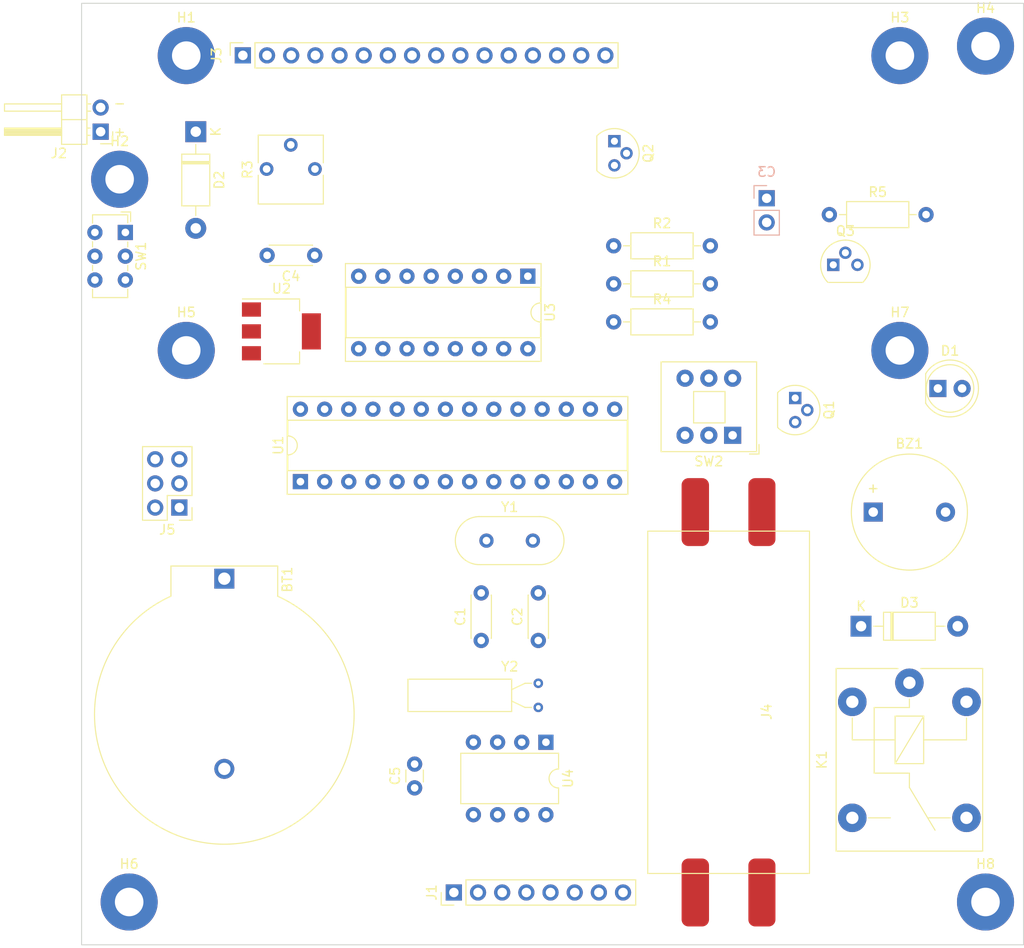
<source format=kicad_pcb>
(kicad_pcb (version 20211014) (generator pcbnew)
  (title_block (title "C4 Clock") (rev "V1.0") (company "yangshunhuai"))
  (layers (0 "F.Cu" signal) (31 "B.Cu" signal) (34 "B.Paste" user) (35 "F.Paste" user) (36 "B.SilkS" user "B.Silkscreen") (37 "F.SilkS" user "F.Silkscreen") (38 "B.Mask" user) (39 "F.Mask" user) (44 "Edge.Cuts" user))
  (net 0 "")
  (net 1 "+5V")
  (net 2 "Net-(BZ1-Pad2)")
  (net 3 "GND")
  (net 4 "Net-(C1-Pad2)")
  (net 5 "Net-(C2-Pad2)")
  (net 6 "Net-(C3-Pad2)")
  (net 7 "Net-(D1-Pad2)")
  (net 8 "RELAY")
  (net 9 "Net-(J1-Pad1)")
  (net 10 "Net-(J1-Pad2)")
  (net 11 "Net-(J1-Pad3)")
  (net 12 "Net-(J1-Pad4)")
  (net 13 "Net-(J1-Pad5)")
  (net 14 "Net-(J1-Pad6)")
  (net 15 "Net-(J1-Pad7)")
  (net 16 "Net-(J1-Pad8)")
  (net 17 "+8V")
  (net 18 "Net-(J3-Pad3)")
  (net 19 "Net-(J3-Pad4)")
  (net 20 "Net-(J3-Pad5)")
  (net 21 "Net-(J3-Pad6)")
  (net 26 "Net-(J3-Pad11)")
  (net 27 "Net-(J3-Pad12)")
  (net 28 "Net-(J3-Pad13)")
  (net 29 "Net-(J3-Pad14)")
  (net 30 "Net-(J3-Pad16)")
  (net 31 "+24V")
  (net 33 "Net-(K1-Pad14)")
  (net 34 "Net-(Q1-Pad2)")
  (net 35 "Net-(Q2-Pad2)")
  (net 36 "BUZZER")
  (net 37 "LED")
  (net 38 "Net-(SW1-Pad2)")
  (net 39 "Net-(BT1-Pad1)")
  (net 42 "PB4")
  (net 44 "PB5")
  (net 45 "PB3")
  (net 48 "Net-(U1-Pad27)")
  (net 49 "Net-(U1-Pad28)")
  (net 54 "RESET")
  (net 55 "Net-(U4-Pad2)")
  (net 56 "Net-(U4-Pad3)")
  (net 57 "Net-(D2-Pad1)")
  (net 58 "Net-(D3-Pad1)")
  (net 59 "Net-(Q3-Pad2)")
  (footprint "Package_TO_SOT_THT:TO-92" (layer "F.Cu") (at 152 81 -90)
    (fp_text reference "Q1" (at 1.27 -3.56 90) (layer "F.SilkS"))
    (fp_text value "S9014")
    (fp_line (start -0.53 1.85) (end 3.07 1.85) (layer "F.SilkS") (width 0.12))
    (fp_arc (start -0.568478 1.838478) (mid -1.132087 -0.994977) (end 1.27 -2.6) (layer "F.SilkS") (width 0.12))
    (fp_arc (start 1.27 -2.6) (mid 3.672087 -0.994977) (end 3.108478 1.838478) (layer "F.SilkS") (width 0.12))
    (pad "1" thru_hole rect (at 0 0 270) (size 1.3 1.3) (drill 0.75) (layers *.Cu *.Mask) (net 3 "GND"))
    (pad "2" thru_hole circle (at 1.27 -1.27 270) (size 1.3 1.3) (drill 0.75) (layers *.Cu *.Mask) (net 34 "Net-(Q1-Pad2)"))
    (pad "3" thru_hole circle (at 2.54 0 270) (size 1.3 1.3) (drill 0.75) (layers *.Cu *.Mask) (net 2 "Net-(BZ1-Pad2)"))
  )
  (footprint "MountingHole:MountingHole_3mm_Pad_TopBottom" (layer "F.Cu") (at 81 58)
    (fp_text reference "H2" (at 0 -4) (layer "F.SilkS"))
    (fp_text value "hole")
    (pad "1" connect circle (at 0 0) (size 6 6) (layers "F.Cu" "F.Mask") (net 3 "GND"))
    (pad "1" thru_hole circle (at 0 0) (size 3.4 3.4) (drill 3) (layers *.Cu *.Mask) (net 3 "GND"))
    (pad "1" connect circle (at 0 0) (size 6 6) (layers "B.Cu" "B.Mask") (net 3 "GND"))
  )
  (footprint "Relay_THT:Relay_SPDT_Finder_36.11" (layer "F.Cu") (at 164 110.95 -90)
    (fp_text reference "K1" (at 8.1 9.2 90) (layer "F.SilkS"))
    (fp_text value "FINDER-36.11-5V")
    (fp_line (start 14.2 4.3) (end 14.2 2) (layer "F.SilkS") (width 0.12))
    (fp_line (start 9.5 0) (end 9.5 3.7) (layer "F.SilkS") (width 0.12))
    (fp_line (start -1.5 -7.7) (end -1.5 -1.2) (layer "F.SilkS") (width 0.12))
    (fp_line (start 9.5 3.7) (end 2.6 3.7) (layer "F.SilkS") (width 0.12))
    (fp_line (start 2.6 0) (end 2.6 3.7) (layer "F.SilkS") (width 0.12))
    (fp_line (start 8.5 -1.5) (end 8.5 1.5) (layer "F.SilkS") (width 0.12))
    (fp_line (start 14.2 -4.3) (end 14.2 -2) (layer "F.SilkS") (width 0.12))
    (fp_line (start 8.5 1.5) (end 3.5 1.5) (layer "F.SilkS") (width 0.12))
    (fp_line (start 9.5 0) (end 11 0) (layer "F.SilkS") (width 0.12))
    (fp_line (start 17.7 7.7) (end -1.5 7.7) (layer "F.SilkS") (width 0.12))
    (fp_line (start 6 1.5) (end 6 6) (layer "F.SilkS") (width 0.12))
    (fp_line (start 3.5 1.5) (end 3.5 -1.5) (layer "F.SilkS") (width 0.12))
    (fp_line (start -1.5 -7.7) (end 17.7 -7.7) (layer "F.SilkS") (width 0.12))
    (fp_line (start 8.5 1.5) (end 3.5 -1.5) (layer "F.SilkS") (width 0.12))
    (fp_line (start 6 -6) (end 6 -1.5) (layer "F.SilkS") (width 0.12))
    (fp_line (start -1.5 1.2) (end -1.5 7.7) (layer "F.SilkS") (width 0.12))
    (fp_line (start 3.7 6) (end 6 6) (layer "F.SilkS") (width 0.12))
    (fp_line (start 17.7 -7.7) (end 17.7 7.7) (layer "F.SilkS") (width 0.12))
    (fp_line (start 2.6 0) (end 1.7 0) (layer "F.SilkS") (width 0.12))
    (fp_line (start 11 0) (end 15.5 -2.7) (layer "F.SilkS") (width 0.12))
    (fp_line (start 3.5 -1.5) (end 8.5 -1.5) (layer "F.SilkS") (width 0.12))
    (fp_line (start 6 -6) (end 3.7 -6) (layer "F.SilkS") (width 0.12))
    (pad "11" thru_hole circle (at 0 0 270) (size 3 3) (drill 1.3) (layers *.Cu *.Mask) (net 6 "Net-(C3-Pad2)"))
    (pad "12" thru_hole circle (at 14.2 -6 270) (size 3 3) (drill 1.3) (layers *.Cu *.Mask))
    (pad "14" thru_hole circle (at 14.2 6 270) (size 3 3) (drill 1.3) (layers *.Cu *.Mask) (net 33 "Net-(K1-Pad14)"))
    (pad "A1" thru_hole circle (at 2 6 270) (size 3 3) (drill 1.3) (layers *.Cu *.Mask) (net 58 "Net-(D3-Pad1)"))
    (pad "A2" thru_hole circle (at 2 -6 270) (size 3 3) (drill 1.3) (layers *.Cu *.Mask) (net 3 "GND"))
  )
  (footprint "Buzzer_Beeper:Buzzer_12x9.5RM7.6" (layer "F.Cu") (at 160.2 93)
    (fp_text reference "BZ1" (at 3.8 -7.2) (layer "F.SilkS"))
    (fp_text value "Buzzer")
    (fp_text user "+" (at -0.01 -2.54) (layer "F.SilkS"))
    (fp_circle (center 3.8 0) (end 9.9 0) (layer "F.SilkS") (width 0.12) (fill none))
    (pad "1" thru_hole rect (at 0 0) (size 2 2) (drill 1) (layers *.Cu *.Mask) (net 1 "+5V"))
    (pad "2" thru_hole circle (at 7.6 0) (size 2 2) (drill 1) (layers *.Cu *.Mask) (net 2 "Net-(BZ1-Pad2)"))
  )
  (footprint "MountingHole:MountingHole_3mm_Pad_TopBottom" (layer "F.Cu") (at 82 134)
    (fp_text reference "H6" (at 0 -4) (layer "F.SilkS"))
    (fp_text value "hole")
    (pad "1" thru_hole circle (at 0 0) (size 3.4 3.4) (drill 3) (layers *.Cu *.Mask) (net 3 "GND"))
    (pad "1" connect circle (at 0 0) (size 6 6) (layers "F.Cu" "F.Mask") (net 3 "GND"))
    (pad "1" connect circle (at 0 0) (size 6 6) (layers "B.Cu" "B.Mask") (net 3 "GND"))
  )
  (footprint "Button_Switch_THT:SW_Push_2P2T_Toggle_CK_PVA2xxH1xxxxxxV2" (layer "F.Cu") (at 145.4225 84.9225 180)
    (fp_text reference "SW2" (at 2.5 -2.75) (layer "F.SilkS"))
    (fp_text value "SW_SPST")
    (fp_line (start 4.1 1.3) (end 4.1 4.6) (layer "F.SilkS") (width 0.12))
    (fp_line (start -2.52 7.72) (end -2.52 -1.72) (layer "F.SilkS") (width 0.12))
    (fp_line (start 4.1 1.3) (end 0.8 1.3) (layer "F.SilkS") (width 0.12))
    (fp_line (start -2.77 -0.97) (end -2.77 -1.97) (layer "F.SilkS") (width 0.12))
    (fp_line (start 0.8 1.3) (end 0.8 4.6) (layer "F.SilkS") (width 0.12))
    (fp_line (start 4.1 4.6) (end 0.8 4.6) (layer "F.SilkS") (width 0.12))
    (fp_line (start 7.52 7.72) (end 7.52 -1.72) (layer "F.SilkS") (width 0.12))
    (fp_line (start 7.52 -1.72) (end -2.52 -1.72) (layer "F.SilkS") (width 0.12))
    (fp_line (start 7.52 7.72) (end -2.52 7.72) (layer "F.SilkS") (width 0.12))
    (fp_line (start -1.77 -1.97) (end -2.77 -1.97) (layer "F.SilkS") (width 0.12))
    (pad "1" thru_hole rect (at 0 0 180) (size 1.8 1.8) (drill 0.9) (layers *.Cu *.Mask) (net 33 "Net-(K1-Pad14)"))
    (pad "2" thru_hole circle (at 2.5 0 180) (size 1.8 1.8) (drill 0.9) (layers *.Cu *.Mask) (net 31 "+24V"))
    (pad "3" thru_hole circle (at 5 0 180) (size 1.8 1.8) (drill 0.9) (layers *.Cu *.Mask))
    (pad "4" thru_hole circle (at 0 6 180) (size 1.8 1.8) (drill 0.9) (layers *.Cu *.Mask))
    (pad "5" thru_hole circle (at 2.5 6 180) (size 1.8 1.8) (drill 0.9) (layers *.Cu *.Mask))
    (pad "6" thru_hole circle (at 5 6 180) (size 1.8 1.8) (drill 0.9) (layers *.Cu *.Mask))
  )
  (footprint "Resistor_THT:R_Axial_DIN0207_L6.3mm_D2.5mm_P10.16mm_Horizontal" (layer "F.Cu") (at 132.92 73)
    (fp_text reference "R4" (at 5.08 -2.37) (layer "F.SilkS"))
    (fp_text value "220")
    (fp_line (start 1.81 -1.37) (end 1.81 1.37) (layer "F.SilkS") (width 0.12))
    (fp_line (start 8.35 -1.37) (end 1.81 -1.37) (layer "F.SilkS") (width 0.12))
    (fp_line (start 8.35 1.37) (end 8.35 -1.37) (layer "F.SilkS") (width 0.12))
    (fp_line (start 1.81 1.37) (end 8.35 1.37) (layer "F.SilkS") (width 0.12))
    (fp_line (start 1.04 0) (end 1.81 0) (layer "F.SilkS") (width 0.12))
    (fp_line (start 9.12 0) (end 8.35 0) (layer "F.SilkS") (width 0.12))
    (pad "1" thru_hole circle (at 0 0) (size 1.6 1.6) (drill 0.8) (layers *.Cu *.Mask) (net 37 "LED"))
    (pad "2" thru_hole oval (at 10.16 0) (size 1.6 1.6) (drill 0.8) (layers *.Cu *.Mask) (net 7 "Net-(D1-Pad2)"))
  )
  (footprint "Diode_THT:D_DO-41_SOD81_P10.16mm_Horizontal" (layer "F.Cu") (at 89 53 -90)
    (fp_text reference "D2" (at 5.08 -2.47 90) (layer "F.SilkS"))
    (fp_text value "1N4001")
    (fp_text user "K" (at 0 -2.1 90) (layer "F.SilkS"))
    (fp_line (start 8.82 0) (end 7.8 0) (layer "F.SilkS") (width 0.12))
    (fp_line (start 3.38 -1.47) (end 3.38 1.47) (layer "F.SilkS") (width 0.12))
    (fp_line (start 7.8 1.47) (end 7.8 -1.47) (layer "F.SilkS") (width 0.12))
    (fp_line (start 2.36 -1.47) (end 2.36 1.47) (layer "F.SilkS") (width 0.12))
    (fp_line (start 7.8 -1.47) (end 2.36 -1.47) (layer "F.SilkS") (width 0.12))
    (fp_line (start 1.34 0) (end 2.36 0) (layer "F.SilkS") (width 0.12))
    (fp_line (start 3.26 -1.47) (end 3.26 1.47) (layer "F.SilkS") (width 0.12))
    (fp_line (start 3.14 -1.47) (end 3.14 1.47) (layer "F.SilkS") (width 0.12))
    (fp_line (start 2.36 1.47) (end 7.8 1.47) (layer "F.SilkS") (width 0.12))
    (pad "1" thru_hole rect (at 0 0 270) (size 2.2 2.2) (drill 1.1) (layers *.Cu *.Mask) (net 57 "Net-(D2-Pad1)"))
    (pad "2" thru_hole oval (at 10.16 0 270) (size 2.2 2.2) (drill 1.1) (layers *.Cu *.Mask) (net 17 "+8V"))
  )
  (footprint "DC-Buck:DC-Buck-2A" (layer "F.Cu") (at 149.5 114 90)
    (fp_text reference "J4" (at 0 -0.5 90 unlocked) (layer "F.SilkS"))
    (fp_text value "Boost Module")
    (fp_rect (start -17 -13) (end 19 4) (layer "F.SilkS") (width 0.12) (fill none))
    (pad "1" smd roundrect (at -19 -8 90) (size 7.143 2.881) (layers "F.Cu" "F.Paste" "F.Mask") (net 1 "+5V"))
    (pad "2" smd roundrect (at -19 -1 90) (size 7.143 2.84525) (layers "F.Cu" "F.Paste" "F.Mask") (net 3 "GND"))
    (pad "3" smd roundrect (at 21 -1 90) (size 7.143 2.84525) (layers "F.Cu" "F.Paste" "F.Mask") (net 3 "GND"))
    (pad "4" smd roundrect (at 21 -8 90) (size 7.143 2.881) (layers "F.Cu" "F.Paste" "F.Mask") (net 31 "+24V"))
  )
  (footprint "Package_DIP:DIP-8_W7.62mm" (layer "F.Cu") (at 125.8 117.2 -90)
    (fp_text reference "U4" (at 3.81 -2.33 90) (layer "F.SilkS"))
    (fp_text value "DS1302+")
    (fp_line (start 6.46 8.95) (end 6.46 -1.33) (layer "F.SilkS") (width 0.12))
    (fp_line (start 2.81 -1.33) (end 1.16 -1.33) (layer "F.SilkS") (width 0.12))
    (fp_line (start 6.46 -1.33) (end 4.81 -1.33) (layer "F.SilkS") (width 0.12))
    (fp_line (start 1.16 -1.33) (end 1.16 8.95) (layer "F.SilkS") (width 0.12))
    (fp_line (start 1.16 8.95) (end 6.46 8.95) (layer "F.SilkS") (width 0.12))
    (fp_arc (start 4.81 -1.33) (mid 3.81 -0.33) (end 2.81 -1.33) (layer "F.SilkS") (width 0.12))
    (pad "1" thru_hole rect (at 0 0 270) (size 1.6 1.6) (drill 0.8) (layers *.Cu *.Mask) (net 39 "Net-(BT1-Pad1)"))
    (pad "2" thru_hole oval (at 0 2.54 270) (size 1.6 1.6) (drill 0.8) (layers *.Cu *.Mask) (net 55 "Net-(U4-Pad2)"))
    (pad "3" thru_hole oval (at 0 5.08 270) (size 1.6 1.6) (drill 0.8) (layers *.Cu *.Mask) (net 56 "Net-(U4-Pad3)"))
    (pad "4" thru_hole oval (at 0 7.62 270) (size 1.6 1.6) (drill 0.8) (layers *.Cu *.Mask) (net 3 "GND"))
    (pad "5" thru_hole oval (at 7.62 7.62 270) (size 1.6 1.6) (drill 0.8) (layers *.Cu *.Mask) (net 44 "PB5"))
    (pad "6" thru_hole oval (at 7.62 5.08 270) (size 1.6 1.6) (drill 0.8) (layers *.Cu *.Mask) (net 42 "PB4"))
    (pad "7" thru_hole oval (at 7.62 2.54 270) (size 1.6 1.6) (drill 0.8) (layers *.Cu *.Mask) (net 45 "PB3"))
    (pad "8" thru_hole oval (at 7.62 0 270) (size 1.6 1.6) (drill 0.8) (layers *.Cu *.Mask) (net 1 "+5V"))
  )
  (footprint "Resistor_THT:R_Axial_DIN0207_L6.3mm_D2.5mm_P10.16mm_Horizontal" (layer "F.Cu") (at 132.92 65)
    (fp_text reference "R2" (at 5.08 -2.37) (layer "F.SilkS"))
    (fp_text value "4.7k")
    (fp_line (start 8.35 1.37) (end 8.35 -1.37) (layer "F.SilkS") (width 0.12))
    (fp_line (start 9.12 0) (end 8.35 0) (layer "F.SilkS") (width 0.12))
    (fp_line (start 1.81 -1.37) (end 1.81 1.37) (layer "F.SilkS") (width 0.12))
    (fp_line (start 1.81 1.37) (end 8.35 1.37) (layer "F.SilkS") (width 0.12))
    (fp_line (start 1.04 0) (end 1.81 0) (layer "F.SilkS") (width 0.12))
    (fp_line (start 8.35 -1.37) (end 1.81 -1.37) (layer "F.SilkS") (width 0.12))
    (pad "1" thru_hole circle (at 0 0) (size 1.6 1.6) (drill 0.8) (layers *.Cu *.Mask) (net 1 "+5V"))
    (pad "2" thru_hole oval (at 10.16 0) (size 1.6 1.6) (drill 0.8) (layers *.Cu *.Mask) (net 35 "Net-(Q2-Pad2)"))
  )
  (footprint "MountingHole:MountingHole_3mm_Pad_TopBottom" (layer "F.Cu") (at 163 45)
    (fp_text reference "H3" (at 0 -4) (layer "F.SilkS"))
    (fp_text value "LCD1602")
    (pad "1" thru_hole circle (at 0 0) (size 3.4 3.4) (drill 3) (layers *.Cu *.Mask) (net 3 "GND"))
    (pad "1" connect circle (at 0 0) (size 6 6) (layers "F.Cu" "F.Mask") (net 3 "GND"))
    (pad "1" connect circle (at 0 0) (size 6 6) (layers "B.Cu" "B.Mask") (net 3 "GND"))
  )
  (footprint "MountingHole:MountingHole_3mm_Pad_TopBottom" (layer "F.Cu") (at 163 76)
    (fp_text reference "H7" (at 0 -4) (layer "F.SilkS"))
    (fp_text value "LCD1602")
    (pad "1" connect circle (at 0 0) (size 6 6) (layers "F.Cu" "F.Mask") (net 3 "GND"))
    (pad "1" connect circle (at 0 0) (size 6 6) (layers "B.Cu" "B.Mask") (net 3 "GND"))
    (pad "1" thru_hole circle (at 0 0) (size 3.4 3.4) (drill 3) (layers *.Cu *.Mask) (net 3 "GND"))
  )
  (footprint "Package_TO_SOT_THT:TO-92" (layer "F.Cu") (at 133 54 -90)
    (fp_text reference "Q2" (at 1.27 -3.56 90) (layer "F.SilkS"))
    (fp_text value "S9014")
    (fp_line (start -0.53 1.85) (end 3.07 1.85) (layer "F.SilkS") (width 0.12))
    (fp_arc (start -0.568478 1.838478) (mid -1.132087 -0.994977) (end 1.27 -2.6) (layer "F.SilkS") (width 0.12))
    (fp_arc (start 1.27 -2.6) (mid 3.672087 -0.994977) (end 3.108478 1.838478) (layer "F.SilkS") (width 0.12))
    (pad "1" thru_hole rect (at 0 0 270) (size 1.3 1.3) (drill 0.75) (layers *.Cu *.Mask) (net 3 "GND"))
    (pad "2" thru_hole circle (at 1.27 -1.27 270) (size 1.3 1.3) (drill 0.75) (layers *.Cu *.Mask) (net 35 "Net-(Q2-Pad2)"))
    (pad "3" thru_hole circle (at 2.54 0 270) (size 1.3 1.3) (drill 0.75) (layers *.Cu *.Mask) (net 30 "Net-(J3-Pad16)"))
  )
  (footprint "Capacitor_THT:C_Disc_D4.3mm_W1.9mm_P5.00mm" (layer "F.Cu") (at 101.5 66 180)
    (fp_text reference "C4" (at 2.5 -2.2) (layer "F.SilkS"))
    (fp_text value "0.1uF")
    (fp_line (start 4.77 -1.07) (end 4.77 -1.055) (layer "F.SilkS") (width 0.12))
    (fp_line (start 0.23 1.07) (end 4.77 1.07) (layer "F.SilkS") (width 0.12))
    (fp_line (start 4.77 1.055) (end 4.77 1.07) (layer "F.SilkS") (width 0.12))
    (fp_line (start 0.23 -1.07) (end 4.77 -1.07) (layer "F.SilkS") (width 0.12))
    (fp_line (start 0.23 1.055) (end 0.23 1.07) (layer "F.SilkS") (width 0.12))
    (fp_line (start 0.23 -1.07) (end 0.23 -1.055) (layer "F.SilkS") (width 0.12))
    (pad "1" thru_hole circle (at 0 0 180) (size 1.6 1.6) (drill 0.8) (layers *.Cu *.Mask) (net 1 "+5V"))
    (pad "2" thru_hole circle (at 5 0 180) (size 1.6 1.6) (drill 0.8) (layers *.Cu *.Mask) (net 3 "GND"))
  )
  (footprint "MountingHole:MountingHole_3mm_Pad_TopBottom" (layer "F.Cu") (at 172 44)
    (fp_text reference "H4" (at 0 -4) (layer "F.SilkS"))
    (fp_text value "hole")
    (pad "1" thru_hole circle (at 0 0) (size 3.4 3.4) (drill 3) (layers *.Cu *.Mask) (net 3 "GND"))
    (pad "1" connect circle (at 0 0) (size 6 6) (layers "B.Cu" "B.Mask") (net 3 "GND"))
    (pad "1" connect circle (at 0 0) (size 6 6) (layers "F.Cu" "F.Mask") (net 3 "GND"))
  )
  (footprint "Button_Switch_THT:SW_E-Switch_EG1271_DPDT" (layer "F.Cu") (at 81.6 63.5925 -90)
    (fp_text reference "SW1" (at 2.5 -1.65 90) (layer "F.SilkS"))
    (fp_text value "SW_SPST")
    (fp_line (start 6.85 -0.25) (end 6.85 3.45) (layer "F.SilkS") (width 0.12))
    (fp_line (start 6.85 3.45) (end 5.98 3.45) (layer "F.SilkS") (width 0.12))
    (fp_line (start -2.15 0.45) (end -2.15 -0.55) (layer "F.SilkS") (width 0.12))
    (fp_line (start 3.47 -0.25) (end 4.03 -0.25) (layer "F.SilkS") (width 0.12))
    (fp_line (start 5.97 -0.25) (end 6.85 -0.25) (layer "F.SilkS") (width 0.12))
    (fp_line (start 1 -0.25) (end 1.53 -0.25) (layer "F.SilkS") (width 0.12))
    (fp_line (start 4.02 3.45) (end 3.47 3.45) (layer "F.SilkS") (width 0.12))
    (fp_line (start -0.97 3.45) (end -1.85 3.45) (layer "F.SilkS") (width 0.12))
    (fp_line (start -1.85 -0.25) (end -1 -0.25) (layer "F.SilkS") (width 0.12))
    (fp_line (start 1.53 3.45) (end 0.97 3.45) (layer "F.SilkS") (width 0.12))
    (fp_line (start -1.85 3.45) (end -1.85 -0.25) (layer "F.SilkS") (width 0.12))
    (fp_line (start -2.15 -0.55) (end -1.15 -0.55) (layer "F.SilkS") (width 0.12))
    (pad "1" thru_hole rect (at 0 0 270) (size 1.6 1.6) (drill 0.8) (layers *.Cu *.Mask) (net 17 "+8V"))
    (pad "2" thru_hole circle (at 2.5 0 270) (size 1.6 1.6) (drill 0.8) (layers *.Cu *.Mask) (net 38 "Net-(SW1-Pad2)"))
    (pad "3" thru_hole circle (at 5 0 270) (size 1.6 1.6) (drill 0.8) (layers *.Cu *.Mask))
    (pad "4" thru_hole circle (at 0 3.2 270) (size 1.6 1.6) (drill 0.8) (layers *.Cu *.Mask))
    (pad "5" thru_hole circle (at 2.5 3.2 270) (size 1.6 1.6) (drill 0.8) (layers *.Cu *.Mask))
    (pad "6" thru_hole circle (at 5 3.2 270) (size 1.6 1.6) (drill 0.8) (layers *.Cu *.Mask))
  )
  (footprint "MountingHole:MountingHole_3mm_Pad_TopBottom" (layer "F.Cu") (at 88 76)
    (fp_text reference "H5" (at 0 -4) (layer "F.SilkS"))
    (fp_text value "LCD1602")
    (pad "1" connect circle (at 0 0) (size 6 6) (layers "F.Cu" "F.Mask") (net 3 "GND"))
    (pad "1" thru_hole circle (at 0 0) (size 3.4 3.4) (drill 3) (layers *.Cu *.Mask) (net 3 "GND"))
    (pad "1" connect circle (at 0 0) (size 6 6) (layers "B.Cu" "B.Mask") (net 3 "GND"))
  )
  (footprint "Crystal:Crystal_HC49-4H_Vertical" (layer "F.Cu") (at 119.55 96)
    (fp_text reference "Y1" (at 2.44 -3.525) (layer "F.SilkS"))
    (fp_text value "16MHz")
    (fp_line (start -0.76 -2.525) (end 5.64 -2.525) (layer "F.SilkS") (width 0.12))
    (fp_line (start -0.76 2.525) (end 5.64 2.525) (layer "F.SilkS") (width 0.12))
    (fp_arc (start 5.64 -2.525) (mid 8.165 0) (end 5.64 2.525) (layer "F.SilkS") (width 0.12))
    (fp_arc (start -0.76 2.525) (mid -3.285 0) (end -0.76 -2.525) (layer "F.SilkS") (width 0.12))
    (pad "1" thru_hole circle (at 0 0) (size 1.5 1.5) (drill 0.8) (layers *.Cu *.Mask) (net 4 "Net-(C1-Pad2)"))
    (pad "2" thru_hole circle (at 4.88 0) (size 1.5 1.5) (drill 0.8) (layers *.Cu *.Mask) (net 5 "Net-(C2-Pad2)"))
  )
  (footprint "Battery:BatteryHolder_ComfortableElectronic_CH273-2450_1x2450" (layer "F.Cu") (at 92 100 -90)
    (fp_text reference "BT1" (at 0.1 -6.62 90) (layer "F.SilkS"))
    (fp_text value "CR2032")
    (fp_line (start 1.845 5.61) (end -1.33 5.61) (layer "F.SilkS") (width 0.12))
    (fp_line (start -1.33 5.61) (end -1.33 -5.61) (layer "F.SilkS") (width 0.12))
    (fp_line (start -1.33 -5.61) (end 1.845 -5.61) (layer "F.SilkS") (width 0.12))
    (fp_arc (start 1.845 -5.61) (mid 27.921896 0) (end 1.845 5.61) (layer "F.SilkS") (width 0.12))
    (pad "1" thru_hole rect (at 0 0 180) (size 2.1 2.1) (drill 1.3) (layers *.Cu *.Mask) (net 39 "Net-(BT1-Pad1)"))
    (pad "2" thru_hole circle (at 20 0 180) (size 2.1 2.1) (drill 1.3) (layers *.Cu *.Mask) (net 3 "GND"))
  )
  (footprint "Package_DIP:DIP-28_W7.62mm_Socket" (layer "F.Cu") (at 100 89.8 90)
    (fp_text reference "U1" (at 3.81 -2.33 90) (layer "F.SilkS"))
    (fp_text value "ATmega328P-P")
    (fp_line (start 1.16 -1.33) (end 1.16 34.35) (layer "F.SilkS") (width 0.12))
    (fp_line (start -1.33 -1.39) (end -1.33 34.41) (layer "F.SilkS") (width 0.12))
    (fp_line (start 6.46 -1.33) (end 4.81 -1.33) (layer "F.SilkS") (width 0.12))
    (fp_line (start 8.95 -1.39) (end -1.33 -1.39) (layer "F.SilkS") (width 0.12))
    (fp_line (start 1.16 34.35) (end 6.46 34.35) (layer "F.SilkS") (width 0.12))
    (fp_line (start 2.81 -1.33) (end 1.16 -1.33) (layer "F.SilkS") (width 0.12))
    (fp_line (start -1.33 34.41) (end 8.95 34.41) (layer "F.SilkS") (width 0.12))
    (fp_line (start 8.95 34.41) (end 8.95 -1.39) (layer "F.SilkS") (width 0.12))
    (fp_line (start 6.46 34.35) (end 6.46 -1.33) (layer "F.SilkS") (width 0.12))
    (fp_arc (start 4.81 -1.33) (mid 3.81 -0.33) (end 2.81 -1.33) (layer "F.SilkS") (width 0.12))
    (pad "1" thru_hole rect (at 0 0 90) (size 1.6 1.6) (drill 0.8) (layers *.Cu *.Mask) (net 54 "RESET"))
    (pad "2" thru_hole oval (at 0 2.54 90) (size 1.6 1.6) (drill 0.8) (layers *.Cu *.Mask))
    (pad "3" thru_hole oval (at 0 5.08 90) (size 1.6 1.6) (drill 0.8) (layers *.Cu *.Mask))
    (pad "4" thru_hole oval (at 0 7.62 90) (size 1.6 1.6) (drill 0.8) (layers *.Cu *.Mask) (net 9 "Net-(J1-Pad1)"))
    (pad "5" thru_hole oval (at 0 10.16 90) (size 1.6 1.6) (drill 0.8) (layers *.Cu *.Mask) (net 10 "Net-(J1-Pad2)"))
    (pad "6" thru_hole oval (at 0 12.7 90) (size 1.6 1.6) (drill 0.8) (layers *.Cu *.Mask) (net 11 "Net-(J1-Pad3)"))
    (pad "7" thru_hole oval (at 0 15.24 90) (size 1.6 1.6) (drill 0.8) (layers *.Cu *.Mask) (net 1 "+5V"))
    (pad "8" thru_hole oval (at 0 17.78 90) (size 1.6 1.6) (drill 0.8) (layers *.Cu *.Mask) (net 3 "GND"))
    (pad "9" thru_hole oval (at 0 20.32 90) (size 1.6 1.6) (drill 0.8) (layers *.Cu *.Mask) (net 4 "Net-(C1-Pad2)"))
    (pad "10" thru_hole oval (at 0 22.86 90) (size 1.6 1.6) (drill 0.8) (layers *.Cu *.Mask) (net 5 "Net-(C2-Pad2)"))
    (pad "11" thru_hole oval (at 0 25.4 90) (size 1.6 1.6) (drill 0.8) (layers *.Cu *.Mask) (net 12 "Net-(J1-Pad4)"))
    (pad "12" thru_hole oval (at 0 27.94 90) (size 1.6 1.6) (drill 0.8) (layers *.Cu *.Mask) (net 13 "Net-(J1-Pad5)"))
    (pad "13" thru_hole oval (at 0 30.48 90) (size 1.6 1.6) (drill 0.8) (layers *.Cu *.Mask) (net 14 "Net-(J1-Pad6)"))
    (pad "14" thru_hole oval (at 0 33.02 90) (size 1.6 1.6) (drill 0.8) (layers *.Cu *.Mask) (net 15 "Net-(J1-Pad7)"))
    (pad "15" thru_hole oval (at 7.62 33.02 90) (size 1.6 1.6) (drill 0.8) (layers *.Cu *.Mask) (net 16 "Net-(J1-Pad8)"))
    (pad "16" thru_hole oval (at 7.62 30.48 90) (size 1.6 1.6) (drill 0.8) (layers *.Cu *.Mask) (net 36 "BUZZER"))
    (pad "17" thru_hole oval (at 7.62 27.94 90) (size 1.6 1.6) (drill 0.8) (layers *.Cu *.Mask) (net 45 "PB3"))
    (pad "18" thru_hole oval (at 7.62 25.4 90) (size 1.6 1.6) (drill 0.8) (layers *.Cu *.Mask) (net 42 "PB4"))
    (pad "19" thru_hole oval (at 7.62 22.86 90) (size 1.6 1.6) (drill 0.8) (layers *.Cu *.Mask) (net 44 "PB5"))
    (pad "20" thru_hole oval (at 7.62 20.32 90) (size 1.6 1.6) (drill 0.8) (layers *.Cu *.Mask) (net 1 "+5V"))
    (pad "21" thru_hole oval (at 7.62 17.78 90) (size 1.6 1.6) (drill 0.8) (layers *.Cu *.Mask))
    (pad "22" thru_hole oval (at 7.62 15.24 90) (size 1.6 1.6) (drill 0.8) (layers *.Cu *.Mask) (net 3 "GND"))
    (pad "23" thru_hole oval (at 7.62 12.7 90) (size 1.6 1.6) (drill 0.8) (layers *.Cu *.Mask) (net 37 "LED"))
    (pad "24" thru_hole oval (at 7.62 10.16 90) (size 1.6 1.6) (drill 0.8) (layers *.Cu *.Mask) (net 8 "RELAY"))
    (pad "25" thru_hole oval (at 7.62 7.62 90) (size 1.6 1.6) (drill 0.8) (layers *.Cu *.Mask))
    (pad "26" thru_hole oval (at 7.62 5.08 90) (size 1.6 1.6) (drill 0.8) (layers *.Cu *.Mask))
    (pad "27" thru_hole oval (at 7.62 2.54 90) (size 1.6 1.6) (drill 0.8) (layers *.Cu *.Mask) (net 48 "Net-(U1-Pad27)"))
    (pad "28" thru_hole oval (at 7.62 0 90) (size 1.6 1.6) (drill 0.8) (layers *.Cu *.Mask) (net 49 "Net-(U1-Pad28)"))
  )
  (footprint "Connector_PinSocket_2.54mm:PinSocket_1x16_P2.54mm_Vertical" (layer "F.Cu") (at 93.95 44.975 90)
    (fp_text reference "J3" (at 0 -2.77 90) (layer "F.SilkS"))
    (fp_text value "LCD1602")
    (fp_line (start -1.33 1.27) (end 1.33 1.27) (layer "F.SilkS") (width 0.12))
    (fp_line (start 1.33 1.27) (end 1.33 39.43) (layer "F.SilkS") (width 0.12))
    (fp_line (start 1.33 -1.33) (end 1.33 0) (layer "F.SilkS") (width 0.12))
    (fp_line (start 0 -1.33) (end 1.33 -1.33) (layer "F.SilkS") (width 0.12))
    (fp_line (start -1.33 39.43) (end 1.33 39.43) (layer "F.SilkS") (width 0.12))
    (fp_line (start -1.33 1.27) (end -1.33 39.43) (layer "F.SilkS") (width 0.12))
    (pad "1" thru_hole rect (at 0 0 90) (size 1.7 1.7) (drill 1) (layers *.Cu *.Mask) (net 3 "GND"))
    (pad "2" thru_hole oval (at 0 2.54 90) (size 1.7 1.7) (drill 1) (layers *.Cu *.Mask) (net 1 "+5V"))
    (pad "3" thru_hole oval (at 0 5.08 90) (size 1.7 1.7) (drill 1) (layers *.Cu *.Mask) (net 18 "Net-(J3-Pad3)"))
    (pad "4" thru_hole oval (at 0 7.62 90) (size 1.7 1.7) (drill 1) (layers *.Cu *.Mask) (net 19 "Net-(J3-Pad4)"))
    (pad "5" thru_hole oval (at 0 10.16 90) (size 1.7 1.7) (drill 1) (layers *.Cu *.Mask) (net 20 "Net-(J3-Pad5)"))
    (pad "6" thru_hole oval (at 0 12.7 90) (size 1.7 1.7) (drill 1) (layers *.Cu *.Mask) (net 21 "Net-(J3-Pad6)"))
    (pad "7" thru_hole oval (at 0 15.24 90) (size 1.7 1.7) (drill 1) (layers *.Cu *.Mask))
    (pad "8" thru_hole oval (at 0 17.78 90) (size 1.7 1.7) (drill 1) (layers *.Cu *.Mask))
    (pad "9" thru_hole oval (at 0 20.32 90) (size 1.7 1.7) (drill 1) (layers *.Cu *.Mask))
    (pad "10" thru_hole oval (at 0 22.86 90) (size 1.7 1.7) (drill 1) (layers *.Cu *.Mask))
    (pad "11" thru_hole oval (at 0 25.4 90) (size 1.7 1.7) (drill 1) (layers *.Cu *.Mask) (net 26 "Net-(J3-Pad11)"))
    (pad "12" thru_hole oval (at 0 27.94 90) (size 1.7 1.7) (drill 1) (layers *.Cu *.Mask) (net 27 "Net-(J3-Pad12)"))
    (pad "13" thru_hole oval (at 0 30.48 90) (size 1.7 1.7) (drill 1) (layers *.Cu *.Mask) (net 28 "Net-(J3-Pad13)"))
    (pad "14" thru_hole oval (at 0 33.02 90) (size 1.7 1.7) (drill 1) (layers *.Cu *.Mask) (net 29 "Net-(J3-Pad14)"))
    (pad "15" thru_hole oval (at 0 35.56 90) (size 1.7 1.7) (drill 1) (layers *.Cu *.Mask) (net 1 "+5V"))
    (pad "16" thru_hole oval (at 0 38.1 90) (size 1.7 1.7) (drill 1) (layers *.Cu *.Mask) (net 30 "Net-(J3-Pad16)"))
  )
  (footprint "Package_TO_SOT_SMD:SOT-223-3_TabPin2" (layer "F.Cu") (at 98 74)
    (fp_text reference "U2" (at 0 -4.5) (layer "F.SilkS"))
    (fp_text value "AMS1117-5.0")
    (fp_line (start -1.85 3.41) (end 1.91 3.41) (layer "F.SilkS") (width 0.12))
    (fp_line (start -4.1 -3.41) (end 1.91 -3.41) (layer "F.SilkS") (width 0.12))
    (fp_line (start 1.91 3.41) (end 1.91 2.15) (layer "F.SilkS") (width 0.12))
    (fp_line (start 1.91 -3.41) (end 1.91 -2.15) (layer "F.SilkS") (width 0.12))
    (pad "1" smd rect (at -3.15 -2.3) (size 2 1.5) (layers "F.Cu" "F.Paste" "F.Mask") (net 3 "GND"))
    (pad "2" smd rect (at 3.15 0) (size 2 3.8) (layers "F.Cu" "F.Paste" "F.Mask") (net 1 "+5V"))
    (pad "2" smd rect (at -3.15 0) (size 2 1.5) (layers "F.Cu" "F.Paste" "F.Mask") (net 1 "+5V"))
    (pad "3" smd rect (at -3.15 2.3) (size 2 1.5) (layers "F.Cu" "F.Paste" "F.Mask") (net 38 "Net-(SW1-Pad2)"))
  )
  (footprint "Capacitor_THT:C_Disc_D3.0mm_W1.6mm_P2.50mm" (layer "F.Cu") (at 112 122 90)
    (fp_text reference "C5" (at 1.25 -2.05 90) (layer "F.SilkS"))
    (fp_text value "0.1uF")
    (fp_line (start 0.621 -0.92) (end 1.879 -0.92) (layer "F.SilkS") (width 0.12))
    (fp_line (start 0.621 0.92) (end 1.879 0.92) (layer "F.SilkS") (width 0.12))
    (pad "1" thru_hole circle (at 0 0 90) (size 1.6 1.6) (drill 0.8) (layers *.Cu *.Mask) (net 1 "+5V"))
    (pad "2" thru_hole circle (at 2.5 0 90) (size 1.6 1.6) (drill 0.8) (layers *.Cu *.Mask) (net 3 "GND"))
  )
  (footprint "Diode_THT:D_DO-41_SOD81_P10.16mm_Horizontal" (layer "F.Cu") (at 158.92 105)
    (fp_text reference "D3" (at 5.08 -2.47) (layer "F.SilkS"))
    (fp_text value "1N4001")
    (fp_text user "K" (at 0 -2.1) (layer "F.SilkS"))
    (fp_line (start 8.82 0) (end 7.8 0) (layer "F.SilkS") (width 0.12))
    (fp_line (start 3.26 -1.47) (end 3.26 1.47) (layer "F.SilkS") (width 0.12))
    (fp_line (start 3.38 -1.47) (end 3.38 1.47) (layer "F.SilkS") (width 0.12))
    (fp_line (start 7.8 1.47) (end 7.8 -1.47) (layer "F.SilkS") (width 0.12))
    (fp_line (start 2.36 -1.47) (end 2.36 1.47) (layer "F.SilkS") (width 0.12))
    (fp_line (start 2.36 1.47) (end 7.8 1.47) (layer "F.SilkS") (width 0.12))
    (fp_line (start 3.14 -1.47) (end 3.14 1.47) (layer "F.SilkS") (width 0.12))
    (fp_line (start 7.8 -1.47) (end 2.36 -1.47) (layer "F.SilkS") (width 0.12))
    (fp_line (start 1.34 0) (end 2.36 0) (layer "F.SilkS") (width 0.12))
    (pad "1" thru_hole rect (at 0 0) (size 2.2 2.2) (drill 1.1) (layers *.Cu *.Mask) (net 58 "Net-(D3-Pad1)"))
    (pad "2" thru_hole oval (at 10.16 0) (size 2.2 2.2) (drill 1.1) (layers *.Cu *.Mask) (net 3 "GND"))
  )
  (footprint "Capacitor_THT:C_Disc_D4.3mm_W1.9mm_P5.00mm" (layer "F.Cu") (at 119 106.5 90)
    (fp_text reference "C1" (at 2.5 -2.2 90) (layer "F.SilkS"))
    (fp_text value "22pF")
    (fp_line (start 0.23 -1.07) (end 4.77 -1.07) (layer "F.SilkS") (width 0.12))
    (fp_line (start 4.77 1.055) (end 4.77 1.07) (layer "F.SilkS") (width 0.12))
    (fp_line (start 0.23 1.07) (end 4.77 1.07) (layer "F.SilkS") (width 0.12))
    (fp_line (start 0.23 -1.07) (end 0.23 -1.055) (layer "F.SilkS") (width 0.12))
    (fp_line (start 4.77 -1.07) (end 4.77 -1.055) (layer "F.SilkS") (width 0.12))
    (fp_line (start 0.23 1.055) (end 0.23 1.07) (layer "F.SilkS") (width 0.12))
    (pad "1" thru_hole circle (at 0 0 90) (size 1.6 1.6) (drill 0.8) (layers *.Cu *.Mask) (net 3 "GND"))
    (pad "2" thru_hole circle (at 5 0 90) (size 1.6 1.6) (drill 0.8) (layers *.Cu *.Mask) (net 4 "Net-(C1-Pad2)"))
  )
  (footprint "LED_THT:LED_D5.0mm" (layer "F.Cu") (at 167 80)
    (fp_text reference "D1" (at 1.27 -3.96) (layer "F.SilkS"))
    (fp_text value "LED")
    (fp_line (start -1.29 -1.545) (end -1.29 1.545) (layer "F.SilkS") (width 0.12))
    (fp_arc (start 4.26 -0.000462) (mid 2.072002 2.880433) (end -1.29 1.54483) (layer "F.SilkS") (width 0.12))
    (fp_arc (start -1.29 -1.54483) (mid 2.072002 -2.880433) (end 4.26 0.000462) (layer "F.SilkS") (width 0.12))
    (fp_circle (center 1.27 0) (end 3.77 0) (layer "F.SilkS") (width 0.12) (fill none))
    (pad "1" thru_hole rect (at 0 0) (size 1.8 1.8) (drill 0.9) (layers *.Cu *.Mask) (net 3 "GND"))
    (pad "2" thru_hole circle (at 2.54 0) (size 1.8 1.8) (drill 0.9) (layers *.Cu *.Mask) (net 7 "Net-(D1-Pad2)"))
  )
  (footprint "MountingHole:MountingHole_3mm_Pad_TopBottom" (layer "F.Cu") (at 172 134)
    (fp_text reference "H8" (at 0 -4) (layer "F.SilkS"))
    (fp_text value "hole")
    (pad "1" thru_hole circle (at 0 0) (size 3.4 3.4) (drill 3) (layers *.Cu *.Mask) (net 3 "GND"))
    (pad "1" connect circle (at 0 0) (size 6 6) (layers "F.Cu" "F.Mask") (net 3 "GND"))
    (pad "1" connect circle (at 0 0) (size 6 6) (layers "B.Cu" "B.Mask") (net 3 "GND"))
  )
  (footprint "Resistor_THT:R_Axial_DIN0207_L6.3mm_D2.5mm_P10.16mm_Horizontal" (layer "F.Cu") (at 155.59 61.72)
    (fp_text reference "R5" (at 5.08 -2.37) (layer "F.SilkS"))
    (fp_text value "1k")
    (fp_line (start 8.35 1.37) (end 8.35 -1.37) (layer "F.SilkS") (width 0.12))
    (fp_line (start 1.81 1.37) (end 8.35 1.37) (layer "F.SilkS") (width 0.12))
    (fp_line (start 1.04 0) (end 1.81 0) (layer "F.SilkS") (width 0.12))
    (fp_line (start 9.12 0) (end 8.35 0) (layer "F.SilkS") (width 0.12))
    (fp_line (start 8.35 -1.37) (end 1.81 -1.37) (layer "F.SilkS") (width 0.12))
    (fp_line (start 1.81 -1.37) (end 1.81 1.37) (layer "F.SilkS") (width 0.12))
    (pad "1" thru_hole circle (at 0 0) (size 1.6 1.6) (drill 0.8) (layers *.Cu *.Mask) (net 8 "RELAY"))
    (pad "2" thru_hole oval (at 10.16 0) (size 1.6 1.6) (drill 0.8) (layers *.Cu *.Mask) (net 59 "Net-(Q3-Pad2)"))
  )
  (footprint "Resistor_THT:R_Axial_DIN0207_L6.3mm_D2.5mm_P10.16mm_Horizontal" (layer "F.Cu") (at 132.92 69)
    (fp_text reference "R1" (at 5.08 -2.37) (layer "F.SilkS"))
    (fp_text value "1k")
    (fp_line (start 1.04 0) (end 1.81 0) (layer "F.SilkS") (width 0.12))
    (fp_line (start 1.81 -1.37) (end 1.81 1.37) (layer "F.SilkS") (width 0.12))
    (fp_line (start 9.12 0) (end 8.35 0) (layer "F.SilkS") (width 0.12))
    (fp_line (start 1.81 1.37) (end 8.35 1.37) (layer "F.SilkS") (width 0.12))
    (fp_line (start 8.35 1.37) (end 8.35 -1.37) (layer "F.SilkS") (width 0.12))
    (fp_line (start 8.35 -1.37) (end 1.81 -1.37) (layer "F.SilkS") (width 0.12))
    (pad "1" thru_hole circle (at 0 0) (size 1.6 1.6) (drill 0.8) (layers *.Cu *.Mask) (net 36 "BUZZER"))
    (pad "2" thru_hole oval (at 10.16 0) (size 1.6 1.6) (drill 0.8) (layers *.Cu *.Mask) (net 34 "Net-(Q1-Pad2)"))
  )
  (footprint "Capacitor_THT:C_Disc_D4.3mm_W1.9mm_P5.00mm" (layer "F.Cu") (at 125 106.5 90)
    (fp_text reference "C2" (at 2.5 -2.2 90) (layer "F.SilkS"))
    (fp_text value "22pF")
    (fp_line (start 0.23 1.07) (end 4.77 1.07) (layer "F.SilkS") (width 0.12))
    (fp_line (start 0.23 -1.07) (end 4.77 -1.07) (layer "F.SilkS") (width 0.12))
    (fp_line (start 4.77 -1.07) (end 4.77 -1.055) (layer "F.SilkS") (width 0.12))
    (fp_line (start 0.23 1.055) (end 0.23 1.07) (layer "F.SilkS") (width 0.12))
    (fp_line (start 0.23 -1.07) (end 0.23 -1.055) (layer "F.SilkS") (width 0.12))
    (fp_line (start 4.77 1.055) (end 4.77 1.07) (layer "F.SilkS") (width 0.12))
    (pad "1" thru_hole circle (at 0 0 90) (size 1.6 1.6) (drill 0.8) (layers *.Cu *.Mask) (net 3 "GND"))
    (pad "2" thru_hole circle (at 5 0 90) (size 1.6 1.6) (drill 0.8) (layers *.Cu *.Mask) (net 5 "Net-(C2-Pad2)"))
  )
  (footprint "Potentiometer_THT:Potentiometer_Vishay_T73YP_Vertical" (layer "F.Cu") (at 101.525 56.925 90)
    (fp_text reference "R3" (at -0.06 -7.09 90) (layer "F.SilkS"))
    (fp_text value "10k")
    (fp_line (start -3.68 -5.96) (end -3.68 0.88) (layer "F.SilkS") (width 0.12))
    (fp_line (start 0.65 -5.96) (end 3.56 -5.96) (layer "F.SilkS") (width 0.12))
    (fp_line (start -3.68 -5.96) (end -0.65 -5.96) (layer "F.SilkS") (width 0.12))
    (fp_line (start -3.68 0.88) (end -0.65 0.88) (layer "F.SilkS") (width 0.12))
    (fp_line (start 3.56 -5.96) (end 3.56 0.88) (layer "F.SilkS") (width 0.12))
    (fp_line (start 0.65 0.88) (end 3.56 0.88) (layer "F.SilkS") (width 0.12))
    (pad "1" thru_hole circle (at 0 0 90) (size 1.44 1.44) (drill 0.8) (layers *.Cu *.Mask) (net 1 "+5V"))
    (pad "2" thru_hole circle (at 2.54 -2.54 90) (size 1.44 1.44) (drill 0.8) (layers *.Cu *.Mask) (net 18 "Net-(J3-Pad3)"))
    (pad "3" thru_hole circle (at 0 -5.08 90) (size 1.44 1.44) (drill 0.8) (layers *.Cu *.Mask) (net 3 "GND"))
  )
  (footprint "Connector_PinHeader_2.54mm:PinHeader_2x03_P2.54mm_Vertical" (layer "F.Cu") (at 87.275 92.525 180)
    (fp_text reference "J5" (at 1.27 -2.33) (layer "F.SilkS"))
    (fp_text value "ICSP")
    (fp_line (start 1.27 1.27) (end 1.27 -1.33) (layer "F.SilkS") (width 0.12))
    (fp_line (start -1.33 1.27) (end -1.33 6.41) (layer "F.SilkS") (width 0.12))
    (fp_line (start -1.33 1.27) (end 1.27 1.27) (layer "F.SilkS") (width 0.12))
    (fp_line (start -1.33 6.41) (end 3.87 6.41) (layer "F.SilkS") (width 0.12))
    (fp_line (start -1.33 -1.33) (end 0 -1.33) (layer "F.SilkS") (width 0.12))
    (fp_line (start 3.87 -1.33) (end 3.87 6.41) (layer "F.SilkS") (width 0.12))
    (fp_line (start 1.27 -1.33) (end 3.87 -1.33) (layer "F.SilkS") (width 0.12))
    (fp_line (start -1.33 0) (end -1.33 -1.33) (layer "F.SilkS") (width 0.12))
    (pad "1" thru_hole rect (at 0 0 180) (size 1.7 1.7) (drill 1) (layers *.Cu *.Mask) (net 42 "PB4"))
    (pad "2" thru_hole oval (at 2.54 0 180) (size 1.7 1.7) (drill 1) (layers *.Cu *.Mask) (net 1 "+5V"))
    (pad "3" thru_hole oval (at 0 2.54 180) (size 1.7 1.7) (drill 1) (layers *.Cu *.Mask) (net 44 "PB5"))
    (pad "4" thru_hole oval (at 2.54 2.54 180) (size 1.7 1.7) (drill 1) (layers *.Cu *.Mask) (net 45 "PB3"))
    (pad "5" thru_hole oval (at 0 5.08 180) (size 1.7 1.7) (drill 1) (layers *.Cu *.Mask) (net 54 "RESET"))
    (pad "6" thru_hole oval (at 2.54 5.08 180) (size 1.7 1.7) (drill 1) (layers *.Cu *.Mask) (net 3 "GND"))
  )
  (footprint "Crystal:Crystal_AT310_D3.0mm_L10.0mm_Horizontal" (layer "F.Cu") (at 125 111 -90)
    (fp_text reference "Y2" (at -1.75 3) (layer "F.SilkS"))
    (fp_text value "32.768kHz")
    (fp_line (start 2.97 2.8) (end -0.43 2.8) (layer "F.SilkS") (width 0.12))
    (fp_line (start -0.43 13.7) (end 2.97 13.7) (layer "F.SilkS") (width 0.12))
    (fp_line (start 0 1.4) (end 0 0.7) (layer "F.SilkS") (width 0.12))
    (fp_line (start 2.97 13.7) (end 2.97 2.8) (layer "F.SilkS") (width 0.12))
    (fp_line (start -0.43 2.8) (end -0.43 13.7) (layer "F.SilkS") (width 0.12))
    (fp_line (start 0.67 2.8) (end 0 1.4) (layer "F.SilkS") (width 0.12))
    (fp_line (start 2.54 1.4) (end 2.54 0.7) (layer "F.SilkS") (width 0.12))
    (fp_line (start 1.87 2.8) (end 2.54 1.4) (layer "F.SilkS") (width 0.12))
    (pad "1" thru_hole circle (at 0 0 270) (size 1 1) (drill 0.5) (layers *.Cu *.Mask) (net 56 "Net-(U4-Pad3)"))
    (pad "2" thru_hole circle (at 2.54 0 270) (size 1 1) (drill 0.5) (layers *.Cu *.Mask) (net 55 "Net-(U4-Pad2)"))
  )
  (footprint "Package_TO_SOT_THT:TO-92" (layer "F.Cu") (at 156 67)
    (fp_text reference "Q3" (at 1.27 -3.56) (layer "F.SilkS"))
    (fp_text value "S9014")
    (fp_line (start -0.53 1.85) (end 3.07 1.85) (layer "F.SilkS") (width 0.12))
    (fp_arc (start 1.27 -2.6) (mid 3.672087 -0.994977) (end 3.108478 1.838478) (layer "F.SilkS") (width 0.12))
    (fp_arc (start -0.568478 1.838478) (mid -1.132087 -0.994977) (end 1.27 -2.6) (layer "F.SilkS") (width 0.12))
    (pad "1" thru_hole rect (at 0 0) (size 1.3 1.3) (drill 0.75) (layers *.Cu *.Mask) (net 58 "Net-(D3-Pad1)"))
    (pad "2" thru_hole circle (at 1.27 -1.27) (size 1.3 1.3) (drill 0.75) (layers *.Cu *.Mask) (net 59 "Net-(Q3-Pad2)"))
    (pad "3" thru_hole circle (at 2.54 0) (size 1.3 1.3) (drill 0.75) (layers *.Cu *.Mask) (net 1 "+5V"))
  )
  (footprint "MountingHole:MountingHole_3mm_Pad_TopBottom" (layer "F.Cu") (at 88 45)
    (fp_text reference "H1" (at 0 -4) (layer "F.SilkS"))
    (fp_text value "LCD1602")
    (pad "1" connect circle (at 0 0) (size 6 6) (layers "F.Cu" "F.Mask") (net 3 "GND"))
    (pad "1" thru_hole circle (at 0 0) (size 3.4 3.4) (drill 3) (layers *.Cu *.Mask) (net 3 "GND"))
    (pad "1" connect circle (at 0 0) (size 6 6) (layers "B.Cu" "B.Mask") (net 3 "GND"))
  )
  (footprint "Connector_PinHeader_2.54mm:PinHeader_1x02_P2.54mm_Horizontal" (layer "F.Cu") (at 79 53 180)
    (fp_text reference "J2" (at 4.385 -2.27) (layer "F.SilkS"))
    (fp_text value "Battery")
    (fp_line (start 4.1 0.04) (end 10.1 0.04) (layer "F.SilkS") (width 0.12))
    (fp_line (start 1.042929 2.16) (end 1.44 2.16) (layer "F.SilkS") (width 0.12))
    (fp_line (start 1.11 0.38) (end 1.44 0.38) (layer "F.SilkS") (width 0.12))
    (fp_line (start 1.44 -1.33) (end 1.44 3.87) (layer "F.SilkS") (width 0.12))
    (fp_line (start 10.1 2.16) (end 10.1 2.92) (layer "F.SilkS") (width 0.12))
    (fp_line (start 1.11 -0.38) (end 1.44 -0.38) (layer "F.SilkS") (width 0.12))
    (fp_line (start 4.1 0.28) (end 10.1 0.28) (layer "F.SilkS") (width 0.12))
    (fp_line (start 1.44 3.87) (end 4.1 3.87) (layer "F.SilkS") (width 0.12))
    (fp_line (start 4.1 -1.33) (end 1.44 -1.33) (layer "F.SilkS") (width 0.12))
    (fp_line (start 10.1 -0.38) (end 10.1 0.38) (layer "F.SilkS") (width 0.12))
    (fp_line (start 1.44 1.27) (end 4.1 1.27) (layer "F.SilkS") (width 0.12))
    (fp_line (start -1.27 0) (end -1.27 -1.27) (layer "F.SilkS") (width 0.12))
    (fp_line (start 4.1 -0.38) (end 10.1 -0.38) (layer "F.SilkS") (width 0.12))
    (fp_line (start 4.1 2.16) (end 10.1 2.16) (layer "F.SilkS") (width 0.12))
    (fp_line (start 4.1 0.16) (end 10.1 0.16) (layer "F.SilkS") (width 0.12))
    (fp_line (start 4.1 -0.2) (end 10.1 -0.2) (layer "F.SilkS") (width 0.12))
    (fp_line (start 4.1 -0.32) (end 10.1 -0.32) (layer "F.SilkS") (width 0.12))
    (fp_line (start 10.1 0.38) (end 4.1 0.38) (layer "F.SilkS") (width 0.12))
    (fp_line (start 4.1 -0.08) (end 10.1 -0.08) (layer "F.SilkS") (width 0.12))
    (fp_line (start 4.1 3.87) (end 4.1 -1.33) (layer "F.SilkS") (width 0.12))
    (fp_line (start 10.1 2.92) (end 4.1 2.92) (layer "F.SilkS") (width 0.12))
    (fp_line (start -1.27 -1.27) (end 0 -1.27) (layer "F.SilkS") (width 0.12))
    (fp_line (start 1.042929 2.92) (end 1.44 2.92) (layer "F.SilkS") (width 0.12))
    (pad "1" thru_hole rect (at 0 0 180) (size 1.7 1.7) (drill 1) (layers *.Cu *.Mask) (net 57 "Net-(D2-Pad1)"))
    (pad "2" thru_hole oval (at 0 2.54 180) (size 1.7 1.7) (drill 1) (layers *.Cu *.Mask) (net 3 "GND"))
  )
  (footprint "Package_DIP:DIP-16_W7.62mm_Socket" (layer "F.Cu") (at 123.9 68.2 -90)
    (fp_text reference "U3" (at 3.81 -2.33 90) (layer "F.SilkS"))
    (fp_text value "PCF8574A")
    (fp_line (start 1.16 19.11) (end 6.46 19.11) (layer "F.SilkS") (width 0.12))
    (fp_line (start 6.46 -1.33) (end 4.81 -1.33) (layer "F.SilkS") (width 0.12))
    (fp_line (start 8.95 19.17) (end 8.95 -1.39) (layer "F.SilkS") (width 0.12))
    (fp_line (start 1.16 -1.33) (end 1.16 19.11) (layer "F.SilkS") (width 0.12))
    (fp_line (start 8.95 -1.39) (end -1.33 -1.39) (layer "F.SilkS") (width 0.12))
    (fp_line (start -1.33 19.17) (end 8.95 19.17) (layer "F.SilkS") (width 0.12))
    (fp_line (start -1.33 -1.39) (end -1.33 19.17) (layer "F.SilkS") (width 0.12))
    (fp_line (start 6.46 19.11) (end 6.46 -1.33) (layer "F.SilkS") (width 0.12))
    (fp_line (start 2.81 -1.33) (end 1.16 -1.33) (layer "F.SilkS") (width 0.12))
    (fp_arc (start 4.81 -1.33) (mid 3.81 -0.33) (end 2.81 -1.33) (layer "F.SilkS") (width 0.12))
    (pad "1" thru_hole rect (at 0 0 270) (size 1.6 1.6) (drill 0.8) (layers *.Cu *.Mask))
    (pad "2" thru_hole oval (at 0 2.54 270) (size 1.6 1.6) (drill 0.8) (layers *.Cu *.Mask))
    (pad "3" thru_hole oval (at 0 5.08 270) (size 1.6 1.6) (drill 0.8) (layers *.Cu *.Mask))
    (pad "4" thru_hole oval (at 0 7.62 270) (size 1.6 1.6) (drill 0.8) (layers *.Cu *.Mask) (net 19 "Net-(J3-Pad4)"))
    (pad "5" thru_hole oval (at 0 10.16 270) (size 1.6 1.6) (drill 0.8) (layers *.Cu *.Mask) (net 20 "Net-(J3-Pad5)"))
    (pad "6" thru_hole oval (at 0 12.7 270) (size 1.6 1.6) (drill 0.8) (layers *.Cu *.Mask) (net 21 "Net-(J3-Pad6)"))
    (pad "7" thru_hole oval (at 0 15.24 270) (size 1.6 1.6) (drill 0.8) (layers *.Cu *.Mask) (net 35 "Net-(Q2-Pad2)"))
    (pad "8" thru_hole oval (at 0 17.78 270) (size 1.6 1.6) (drill 0.8) (layers *.Cu *.Mask) (net 3 "GND"))
    (pad "9" thru_hole oval (at 7.62 17.78 270) (size 1.6 1.6) (drill 0.8) (layers *.Cu *.Mask) (net 26 "Net-(J3-Pad11)"))
    (pad "10" thru_hole oval (at 7.62 15.24 270) (size 1.6 1.6) (drill 0.8) (layers *.Cu *.Mask) (net 27 "Net-(J3-Pad12)"))
    (pad "11" thru_hole oval (at 7.62 12.7 270) (size 1.6 1.6) (drill 0.8) (layers *.Cu *.Mask) (net 28 "Net-(J3-Pad13)"))
    (pad "12" thru_hole oval (at 7.62 10.16 270) (size 1.6 1.6) (drill 0.8) (layers *.Cu *.Mask) (net 29 "Net-(J3-Pad14)"))
    (pad "13" thru_hole oval (at 7.62 7.62 270) (size 1.6 1.6) (drill 0.8) (layers *.Cu *.Mask))
    (pad "14" thru_hole oval (at 7.62 5.08 270) (size 1.6 1.6) (drill 0.8) (layers *.Cu *.Mask) (net 49 "Net-(U1-Pad28)"))
    (pad "15" thru_hole oval (at 7.62 2.54 270) (size 1.6 1.6) (drill 0.8) (layers *.Cu *.Mask) (net 48 "Net-(U1-Pad27)"))
    (pad "16" thru_hole oval (at 7.62 0 270) (size 1.6 1.6) (drill 0.8) (layers *.Cu *.Mask) (net 1 "+5V"))
  )
  (footprint "Connector_PinHeader_2.54mm:PinHeader_1x08_P2.54mm_Vertical" (layer "F.Cu") (at 116.125 133 90)
    (fp_text reference "J1" (at 0 -2.33 90) (layer "F.SilkS"))
    (fp_text value "Keypad")
    (fp_line (start -1.33 1.27) (end -1.33 19.11) (layer "F.SilkS") (width 0.12))
    (fp_line (start 1.33 1.27) (end 1.33 19.11) (layer "F.SilkS") (width 0.12))
    (fp_line (start -1.33 19.11) (end 1.33 19.11) (layer "F.SilkS") (width 0.12))
    (fp_line (start -1.33 -1.33) (end 0 -1.33) (layer "F.SilkS") (width 0.12))
    (fp_line (start -1.33 1.27) (end 1.33 1.27) (layer "F.SilkS") (width 0.12))
    (fp_line (start -1.33 0) (end -1.33 -1.33) (layer "F.SilkS") (width 0.12))
    (pad "1" thru_hole rect (at 0 0 90) (size 1.7 1.7) (drill 1) (layers *.Cu *.Mask) (net 9 "Net-(J1-Pad1)"))
    (pad "2" thru_hole oval (at 0 2.54 90) (size 1.7 1.7) (drill 1) (layers *.Cu *.Mask) (net 10 "Net-(J1-Pad2)"))
    (pad "3" thru_hole oval (at 0 5.08 90) (size 1.7 1.7) (drill 1) (layers *.Cu *.Mask) (net 11 "Net-(J1-Pad3)"))
    (pad "4" thru_hole oval (at 0 7.62 90) (size 1.7 1.7) (drill 1) (layers *.Cu *.Mask) (net 12 "Net-(J1-Pad4)"))
    (pad "5" thru_hole oval (at 0 10.16 90) (size 1.7 1.7) (drill 1) (layers *.Cu *.Mask) (net 13 "Net-(J1-Pad5)"))
    (pad "6" thru_hole oval (at 0 12.7 90) (size 1.7 1.7) (drill 1) (layers *.Cu *.Mask) (net 14 "Net-(J1-Pad6)"))
    (pad "7" thru_hole oval (at 0 15.24 90) (size 1.7 1.7) (drill 1) (layers *.Cu *.Mask) (net 15 "Net-(J1-Pad7)"))
    (pad "8" thru_hole oval (at 0 17.78 90) (size 1.7 1.7) (drill 1) (layers *.Cu *.Mask) (net 16 "Net-(J1-Pad8)"))
  )
  (footprint "Connector_PinSocket_2.54mm:PinSocket_1x02_P2.54mm_Vertical" (layer "B.Cu") (at 149 60 180)
    (fp_text reference "C3" (at 0 2.77) (layer "B.SilkS") (effects (justify mirror)))
    (fp_text value "10uF/16V")
    (fp_line (start -1.33 -1.27) (end -1.33 -3.87) (layer "B.SilkS") (width 0.12))
    (fp_line (start -1.33 -1.27) (end 1.33 -1.27) (layer "B.SilkS") (width 0.12))
    (fp_line (start -1.33 -3.87) (end 1.33 -3.87) (layer "B.SilkS") (width 0.12))
    (fp_line (start 1.33 -1.27) (end 1.33 -3.87) (layer "B.SilkS") (width 0.12))
    (fp_line (start 1.33 1.33) (end 1.33 0) (layer "B.SilkS") (width 0.12))
    (fp_line (start 0 1.33) (end 1.33 1.33) (layer "B.SilkS") (width 0.12))
    (pad "1" thru_hole rect (at 0 0 180) (size 1.7 1.7) (drill 1) (layers *.Cu *.Mask) (net 3 "GND"))
    (pad "2" thru_hole oval (at 0 -2.54 180) (size 1.7 1.7) (drill 1) (layers *.Cu *.Mask) (net 6 "Net-(C3-Pad2)"))
  )
  (gr_rect (start 77 39.5) (end 176 138.5) (layer "Edge.Cuts") (width 0.1) (fill none))
  (gr_text "-" (at 81 50) (layer "F.SilkS") (effects (font (size 1 1))))
  (gr_text "+" (at 81 53) (layer "F.SilkS") (effects (font (size 1 1))))
)
</source>
